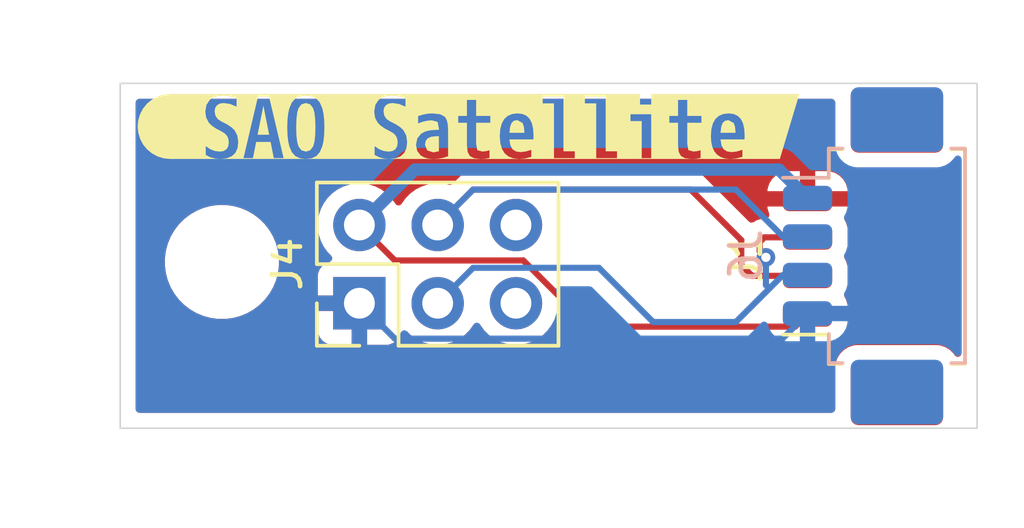
<source format=kicad_pcb>
(kicad_pcb (version 20241229) (generator "pcbnew") (generator_version "9.0")
  (layers (0 "F.Cu" signal) (2 "B.Cu" signal) (13 "F.Paste" user) (15 "B.Paste" user) (5 "F.SilkS" user "F.Silkscreen") (7 "B.SilkS" user "B.Silkscreen") (1 "F.Mask" user) (3 "B.Mask" user) (25 "Edge.Cuts" user))
  (net 0 "")
  (net 2 "VSS")
  (net 3 "SDA2")
  (net 4 "3v3")
  (net 6 "SCL2")
  (footprint "Connector_PinHeader_2.54mm:PinHeader_2x03_P2.54mm_Vertical" (layer "F.Cu") (at 150.66 99.94 90)
    (property "Reference" "J4" (at 1.27 -2.38 90) (layer "F.SilkS"))
    (property "Value" "Conn_02x03_Odd_Even")
    (fp_line (start 3.92 -1.38) (end 3.92 6.46) (stroke (width 0.12)) (layer "F.SilkS"))
    (fp_line (start 1.27 -1.38) (end 3.92 -1.38) (stroke (width 0.12)) (layer "F.SilkS"))
    (fp_line (start -1.38 -1.38) (end 0 -1.38) (stroke (width 0.12)) (layer "F.SilkS"))
    (fp_line (start -1.38 0) (end -1.38 -1.38) (stroke (width 0.12)) (layer "F.SilkS"))
    (fp_line (start 1.27 1.27) (end 1.27 -1.38) (stroke (width 0.12)) (layer "F.SilkS"))
    (fp_line (start -1.38 1.27) (end 1.27 1.27) (stroke (width 0.12)) (layer "F.SilkS"))
    (fp_line (start -1.38 1.27) (end -1.38 6.46) (stroke (width 0.12)) (layer "F.SilkS"))
    (fp_line (start -1.38 6.46) (end 3.92 6.46) (stroke (width 0.12)) (layer "F.SilkS"))
    (pad "1" thru_hole rect (at 0 0 90) (size 1.7 1.7) (drill 1) (layers "*.Cu" "*.Mask") (net 2 "VSS"))
    (pad "2" thru_hole circle (at 2.54 0 90) (size 1.7 1.7) (drill 1) (layers "*.Cu" "*.Mask") (net 4 "3v3"))
    (pad "3" thru_hole circle (at 0 2.54 90) (size 1.7 1.7) (drill 1) (layers "*.Cu" "*.Mask") (net 6 "SCL2"))
    (pad "4" thru_hole circle (at 2.54 2.54 90) (size 1.7 1.7) (drill 1) (layers "*.Cu" "*.Mask") (net 3 "SDA2"))
    (pad "5" thru_hole circle (at 0 5.08 90) (size 1.7 1.7) (drill 1) (layers "*.Cu" "*.Mask"))
    (pad "6" thru_hole circle (at 2.54 5.08 90) (size 1.7 1.7) (drill 1) (layers "*.Cu" "*.Mask"))
  )
  (footprint "MountingHole:MountingHole_3.2mm_M3" (layer "F.Cu") (at 161 98.6)
    (property "Reference" "H2" (hide yes))
    (property "Value" "MountingHole")
    (pad "" np_thru_hole circle (at 0 0) (size 3.2 3.2) (drill 3.2) (layers "*.Cu" "*.Mask"))
  )
  (footprint "kibuzzard-68532FEE" (layer "F.Cu") (at 154.2 94.2)
    (property "Reference" "kibuzzard-68532FEE" (hide yes))
    (property "Value" "G***" (hide yes))
    (fp_poly (pts (xy -6.84242 0.268493) (xy -6.467078 0.268493) (xy -6.653379 -0.671233) (xy -6.656119 -0.671233) (xy -6.84242 0.268493)) (fill yes) (layer "F.SilkS"))
    (fp_poly (pts (xy 1.327443 0.205479) (xy 1.815114 0.205479) (xy 1.798676 0.013356) (xy 1.75484 -0.113699) (xy 1.582237 -0.208219) (xy 1.474703 -0.185616) (xy 1.398676 -0.117808) (xy 1.350731 0.008219) (xy 1.327443 0.205479)) (fill yes) (layer "F.SilkS"))
    (fp_poly (pts (xy 8.176758 0.205479) (xy 8.664429 0.205479) (xy 8.647991 0.013356) (xy 8.604155 -0.113699) (xy 8.431552 -0.208219) (xy 8.324018 -0.185616) (xy 8.247991 -0.117808) (xy 8.200046 0.008219) (xy 8.176758 0.205479)) (fill yes) (layer "F.SilkS"))
    (fp_poly (pts (xy -0.960228 0.315068) (xy -1.036941 0.315068) (xy -1.207146 0.332192) (xy -1.323242 0.383562) (xy -1.390023 0.470548) (xy -1.412283 0.594521) (xy -1.34105 0.776712) (xy -1.14105 0.841096) (xy -0.960228 0.805479) (xy -0.960228 0.315068)) (fill yes) (layer "F.SilkS"))
    (fp_poly (pts (xy -5.03968 -0.593151) (xy -5.136256 -0.719521) (xy -5.278037 -0.761644) (xy -5.419817 -0.719521) (xy -5.516393 -0.593151) (xy -5.557489 -0.449315) (xy -5.582146 -0.242466) (xy -5.590365 0.027397) (xy -5.582146 0.29726) (xy -5.557489 0.50411) (xy -5.516393 0.647945) (xy -5.419817 0.774315) (xy -5.278037 0.816438) (xy -5.136256 0.774315) (xy -5.03968 0.647945) (xy -4.998584 0.50411) (xy -4.973927 0.29726) (xy -4.965708 0.027397) (xy -4.973927 -0.242466) (xy -4.998584 -0.449315) (xy -5.03968 -0.593151)) (fill yes) (layer "F.SilkS"))
    (fp_poly (pts (xy -8.538311 -1.055023) (xy -9.679863 -1.055023) (xy -9.885688 -1.034751) (xy -10.083603 -0.974714) (xy -10.266002 -0.877219) (xy -10.425877 -0.746014) (xy -10.557082 -0.586139) (xy -10.654577 -0.40374) (xy -10.714614 -0.205825) (xy -10.734886 0) (xy -10.714614 0.205825) (xy -10.654577 0.40374) (xy -10.557082 0.586139) (xy -10.425877 0.746014) (xy -10.266002 0.877219) (xy -10.083603 0.974714) (xy -9.885688 1.034751) (xy -9.679863 1.055023) (xy -8.538311 1.055023) (xy -8.058858 1.055023) (xy -8.058858 1.054795) (xy -8.228721 1.040183) (xy -8.383973 0.996347) (xy -8.524612 0.923288) (xy -8.524612 0.638356) (xy -8.380015 0.737291) (xy -8.227504 0.796651) (xy -8.067078 0.816438) (xy -7.94516 0.797603) (xy -7.853379 0.741096) (xy -7.795845 0.648288) (xy -7.776667 0.520548) (xy -7.791393 0.39863) (xy -7.835571 0.30137) (xy -7.913995 0.221233) (xy -8.031461 0.150685) (xy -8.199346 0.063014) (xy -8.330396 -0.028311) (xy -8.424612 -0.123288) (xy -8.509886 -0.284932) (xy -8.538311 -0.479452) (xy -8.502352 -0.69863) (xy -8.394475 -0.863014) (xy -8.285038 -0.939117) (xy -8.148508 -0.984779) (xy -7.984886 -1) (xy -7.825373 -0.990868) (xy -7.671948 -0.96347) (xy -7.524612 -0.917808) (xy -7.524612 -0.643836) (xy -7.736256 -0.732192) (xy -7.949269 -0.761644) (xy -8.069132 -0.743836) (xy -8.160228 -0.690411) (xy -8.217763 -0.605479) (xy -8.236941 -0.493151) (xy -8.212588 -0.354033) (xy -8.139528 -0.243531) (xy -8.017763 -0.161644) (xy -7.831157 -0.06758) (xy -7.687778 0.028311) (xy -7.587626 0.126027) (xy -7.499269 0.295205) (xy -7.469817 0.506849) (xy -7.493379 0.70411) (xy -7.564064 0.857534) (xy -7.681872 0.967123) (xy -7.846804 1.032877) (xy -8.058858 1.054795) (xy -8.058858 1.055023) (xy -7.299954 1.055023) (xy -7.299954 1.027397) (xy -6.828721 -0.972603) (xy -6.472557 -0.972603) (xy -5.998584 1.027397) (xy -6.316393 1.027397) (xy -6.420502 0.50137) (xy -6.888995 0.50137) (xy -6.993105 1.027397) (xy -7.299954 1.027397) (xy -7.299954 1.055023) (xy -5.278037 1.055023) (xy -5.278037 1.054795) (xy -5.468448 1.031507) (xy -5.617763 0.961644) (xy -5.731119 0.834932) (xy -5.813653 0.641096) (xy -5.850944 0.471842) (xy -5.873318 0.267275) (xy -5.880776 0.027397) (xy -5.873318 -0.212481) (xy -5.850944 -0.417047) (xy -5.813653 -0.586301) (xy -5.731119 -0.780137) (xy -5.617763 -0.906849) (xy -5.468448 -0.976712) (xy -5.278037 -1) (xy -5.087626 -0.976712) (xy -4.938311 -0.906849) (xy -4.824954 -0.780137) (xy -4.74242 -0.586301) (xy -4.705129 -0.417047) (xy -4.682755 -0.212481) (xy -4.675297 0.027397) (xy -4.682755 0.267275) (xy -4.705129 0.471842) (xy -4.74242 0.641096) (xy -4.824954 0.834932) (xy -4.938311 0.961644) (xy -5.087626 1.031507) (xy -5.278037 1.054795) (xy -5.278037 1.055023) (xy -2.579406 1.055023) (xy -2.579406 1.054795) (xy -2.749269 1.040183) (xy -2.904521 0.996347) (xy -3.04516 0.923288) (xy -3.04516 0.638356) (xy -2.900563 0.737291) (xy -2.748052 0.796651) (xy -2.587626 0.816438) (xy -2.465708 0.797603) (xy -2.373927 0.741096) (xy -2.316393 0.648288) (xy -2.297215 0.520548) (xy -2.311941 0.39863) (xy -2.356119 0.30137) (xy -2.434543 0.221233) (xy -2.552009 0.150685) (xy -2.719893 0.063014) (xy -2.850944 -0.028311) (xy -2.94516 -0.123288) (xy -3.030434 -0.284932) (xy -3.058858 -0.479452) (xy -3.0229 -0.69863) (xy -2.915023 -0.863014) (xy -2.805586 -0.939117) (xy -2.669056 -0.984779) (xy -2.505434 -1) (xy -2.345921 -0.990868) (xy -2.192496 -0.96347) (xy -2.04516 -0.917808) (xy -2.04516 -0.643836) (xy -2.256804 -0.732192) (xy -2.469817 -0.761644) (xy -2.58968 -0.743836) (xy -2.680776 -0.690411) (xy -2.738311 -0.605479) (xy -2.757489 -0.493151) (xy -2.733135 -0.354033) (xy -2.660076 -0.243531) (xy -2.538311 -0.161644) (xy -2.351705 -0.06758) (xy -2.208326 0.028311) (xy -2.108174 0.126027) (xy -2.019817 0.295205) (xy -1.990365 0.506849) (xy -2.013927 0.70411) (xy -2.084612 0.857534) (xy -2.20242 0.967123) (xy -2.367352 1.032877) (xy -2.579406 1.054795) (xy -2.579406 1.055023) (xy -1.14105 1.055023) (xy -1.14105 1.054795) (xy -1.306499 1.0414) (xy -1.444855 1.001218) (xy -1.556119 0.934247) (xy -1.66605 0.789041) (xy -1.702694 0.594521) (xy -1.661256 0.386644) (xy -1.536941 0.234247) (xy -1.407717 0.164992) (xy -1.24105 0.12344) (xy -1.036941 0.109589) (xy -0.960228 0.109589) (xy -0.960228 0.063014) (xy -1.002694 -0.149315) (xy -1.190365 -0.2) (xy -1.327352 -0.189041) (xy -1.475297 -0.156164) (xy -1.634201 -0.10137) (xy -1.634201 -0.336986) (xy -1.474688 -0.385693) (xy -1.321263 -0.414916) (xy -1.173927 -0.424658) (xy -0.92153 -0.39726) (xy -0.767078 -0.315068) (xy -0.708478 -0.218265) (xy -0.673318 -0.073973) (xy -0.661598 0.117808) (xy -0.661598 0.967123) (xy -0.814718 1.01583) (xy -0.974536 1.045053) (xy -1.14105 1.054795) (xy -1.14105 1.055023) (xy 0.393196 1.055023) (xy 0.393196 1.054795) (xy 0.181895 1.031507) (xy 0.046621 0.961644) (xy -0.026324 0.828767) (xy -0.050639 0.616438) (xy -0.050639 -0.120548) (xy -0.332831 -0.120548) (xy -0.332831 -0.342466) (xy -0.050639 -0.342466) (xy -0.050639 -0.863014) (xy 0.247991 -0.863014) (xy 0.247991 -0.342466) (xy 0.708265 -0.342466) (xy 0.708265 -0.120548) (xy 0.247991 -0.120548) (xy 0.247991 0.561644) (xy 0.283607 0.768493) (xy 0.447991 0.813699) (xy 0.563744 0.803425) (xy 0.680868 0.772603) (xy 0.680868 1.021918) (xy 0.544566 1.046575) (xy 0.393196 1.054795) (xy 0.393196 1.055023) (xy 1.645251 1.055023) (xy 1.645251 1.054795) (xy 1.452709 1.034247) (xy 1.295175 0.972603) (xy 1.172648 0.869863) (xy 1.085129 0.726027) (xy 1.032618 0.541096) (xy 1.015114 0.315068) (xy 1.031096 0.089041) (xy 1.079041 -0.09589) (xy 1.15895 -0.239726) (xy 1.270822 -0.342466) (xy 1.414658 -0.40411) (xy 1.590457 -0.424658) (xy 1.750883 -0.405327) (xy 1.881476 -0.347336) (xy 1.982237 -0.250685) (xy 2.053775 -0.111111) (xy 2.096697 0.075647) (xy 2.111005 0.309589) (xy 2.105525 0.419178) (xy 1.327443 0.419178) (xy 1.359292 0.611301) (xy 1.427443 0.738356) (xy 1.53395 0.809247) (xy 1.680868 0.832877) (xy 1.849361 0.814384) (xy 2.037032 0.758904) (xy 2.037032 0.986301) (xy 1.836347 1.037671) (xy 1.645251 1.054795) (xy 1.645251 1.055023) (xy 3.447991 1.055023) (xy 3.447991 1.027397) (xy 2.774018 1.027397) (xy 2.774018 -0.750685) (xy 2.406895 -0.750685) (xy 2.406895 -0.972603) (xy 3.080868 -0.972603) (xy 3.080868 0.805479) (xy 3.447991 0.805479) (xy 3.447991 1.027397) (xy 3.447991 1.055023) (xy 4.817854 1.055023) (xy 4.817854 1.027397) (xy 4.143881 1.027397) (xy 4.143881 -0.750685) (xy 3.776758 -0.750685) (xy 3.776758 -0.972603) (xy 4.450731 -0.972603) (xy 4.450731 0.805479) (xy 4.817854 0.805479) (xy 4.817854 1.027397) (xy 4.817854 1.055023) (xy 5.927443 1.055023) (xy 5.927443 1.027397) (xy 5.620594 1.027397) (xy 5.620594 -0.175342) (xy 5.25621 -0.175342) (xy 5.25621 -0.39726) (xy 5.565799 -0.39726) (xy 5.565799 -0.712329) (xy 5.565799 -1.054795) (xy 5.927443 -1.054795) (xy 5.927443 -0.712329) (xy 5.565799 -0.712329) (xy 5.565799 -0.39726) (xy 5.927443 -0.39726) (xy 5.927443 1.027397) (xy 5.927443 1.055023) (xy 7.242511 1.055023) (xy 7.242511 1.054795) (xy 7.03121 1.031507) (xy 6.895936 0.961644) (xy 6.822991 0.828767) (xy 6.798676 0.616438) (xy 6.798676 -0.120548) (xy 6.516484 -0.120548) (xy 6.516484 -0.342466) (xy 6.798676 -0.342466) (xy 6.798676 -0.863014) (xy 7.097306 -0.863014) (xy 7.097306 -0.342466) (xy 7.55758 -0.342466) (xy 7.55758 -0.120548) (xy 7.097306 -0.120548) (xy 7.097306 0.561644) (xy 7.132922 0.768493) (xy 7.297306 0.813699) (xy 7.413059 0.803425) (xy 7.530183 0.772603) (xy 7.530183 1.021918) (xy 7.393881 1.046575) (xy 7.242511 1.054795) (xy 7.242511 1.055023) (xy 8.494566 1.055023) (xy 8.494566 1.054795) (xy 8.327387 1.039698) (xy 8.185928 0.994409) (xy 8.070188 0.918926) (xy 7.980169 0.813251) (xy 7.915869 0.677383) (xy 7.877289 0.511322) (xy 7.864429 0.315068) (xy 7.880411 0.089041) (xy 7.928356 -0.09589) (xy 8.008265 -0.239726) (xy 8.120137 -0.342466) (xy 8.263973 -0.40411) (xy 8.439772 -0.424658) (xy 8.600198 -0.405327) (xy 8.730791 -0.347336) (xy 8.831552 -0.250685) (xy 8.90309 -0.111111) (xy 8.946012 0.075647) (xy 8.96032 0.309589) (xy 8.95484 0.419178) (xy 8.176758 0.419178) (xy 8.208607 0.611301) (xy 8.276758 0.738356) (xy 8.383265 0.809247) (xy 8.530183 0.832877) (xy 8.698676 0.814384) (xy 8.886347 0.758904) (xy 8.886347 0.986301) (xy 8.685662 1.037671) (xy 8.494566 1.054795) (xy 8.494566 1.055023) (xy 8.96032 1.055023) (xy 10.101872 1.055023) (xy 10.734886 -1.055023) (xy 10.101872 -1.055023) (xy 8.96032 -1.055023) (xy -8.538311 -1.055023)) (fill yes) (layer "F.SilkS"))
  )
  (footprint "MountingHole:MountingHole_3.2mm_M3" (layer "F.Cu") (at 146.2 98.6)
    (property "Reference" "H1" (hide yes))
    (property "Value" "MountingHole")
    (pad "" np_thru_hole circle (at 0 0) (size 3.2 3.2) (drill 3.2) (layers "*.Cu" "*.Mask"))
  )
  (footprint "Connector_Molex:Molex_PicoBlade_53261-0471_1x04-1MP_P1.25mm_Horizontal" (layer "F.Cu") (at 167.6 98.425 90)
    (property "Reference" "J1" (at 0 -4.4 90) (layer "F.SilkS"))
    (property "Value" "Conn_01x04")
    (fp_line (start 3.485 -1.71) (end 2.535 -1.71) (stroke (width 0.12)) (layer "F.SilkS"))
    (fp_line (start -2.535 -1.71) (end -2.535 -3.2) (stroke (width 0.12)) (layer "F.SilkS"))
    (fp_line (start -3.485 -1.71) (end -2.535 -1.71) (stroke (width 0.12)) (layer "F.SilkS"))
    (fp_line (start 3.485 -1.26) (end 3.485 -1.71) (stroke (width 0.12)) (layer "F.SilkS"))
    (fp_line (start -3.485 -1.26) (end -3.485 -1.71) (stroke (width 0.12)) (layer "F.SilkS"))
    (fp_line (start -3.485 2.26) (end -3.485 2.71) (stroke (width 0.12)) (layer "F.SilkS"))
    (fp_line (start 3.485 2.71) (end 3.485 2.26) (stroke (width 0.12)) (layer "F.SilkS"))
    (fp_line (start -3.485 2.71) (end 3.485 2.71) (stroke (width 0.12)) (layer "F.SilkS"))
    (pad "1" smd roundrect (at -1.875 -2.4 90) (size 0.8 1.6) (layers "F.Cu" "F.Mask" "F.Paste") (net 4 "3v3"))
    (pad "2" smd roundrect (at -0.625 -2.4 90) (size 0.8 1.6) (layers "F.Cu" "F.Mask" "F.Paste") (net 3 "SDA2"))
    (pad "3" smd roundrect (at 0.625 -2.4 90) (size 0.8 1.6) (layers "F.Cu" "F.Mask" "F.Paste") (net 6 "SCL2"))
    (pad "4" smd roundrect (at 1.875 -2.4 90) (size 0.8 1.6) (layers "F.Cu" "F.Mask" "F.Paste") (net 2 "VSS"))
    (pad "MP" smd roundrect (at -4.425 0.5 90) (size 2.1 3) (layers "F.Cu" "F.Mask" "F.Paste") (roundrect_rratio 0.119048))
    (pad "MP" smd roundrect (at 4.425 0.5 90) (size 2.1 3) (layers "F.Cu" "F.Mask" "F.Paste") (roundrect_rratio 0.119048))
  )
  (footprint "Connector_Molex:Molex_PicoBlade_53261-0471_1x04-1MP_P1.25mm_Horizontal" (layer "B.Cu") (at 167.6 98.4 -90)
    (property "Reference" "J6" (at 0 4.4 90) (layer "B.SilkS") (effects (justify mirror)))
    (property "Value" "Conn_01x04")
    (fp_line (start -3.485 1.71) (end -2.535 1.71) (stroke (width 0.12)) (layer "B.SilkS"))
    (fp_line (start -2.535 1.71) (end -2.535 3.2) (stroke (width 0.12)) (layer "B.SilkS"))
    (fp_line (start 3.485 1.71) (end 2.535 1.71) (stroke (width 0.12)) (layer "B.SilkS"))
    (fp_line (start -3.485 1.26) (end -3.485 1.71) (stroke (width 0.12)) (layer "B.SilkS"))
    (fp_line (start 3.485 1.26) (end 3.485 1.71) (stroke (width 0.12)) (layer "B.SilkS"))
    (fp_line (start -3.485 -2.26) (end -3.485 -2.71) (stroke (width 0.12)) (layer "B.SilkS"))
    (fp_line (start -3.485 -2.71) (end 3.485 -2.71) (stroke (width 0.12)) (layer "B.SilkS"))
    (fp_line (start 3.485 -2.71) (end 3.485 -2.26) (stroke (width 0.12)) (layer "B.SilkS"))
    (pad "1" smd roundrect (at -1.875 2.4 270) (size 0.8 1.6) (layers "B.Cu" "B.Mask" "B.Paste") (net 4 "3v3"))
    (pad "2" smd roundrect (at -0.625 2.4 270) (size 0.8 1.6) (layers "B.Cu" "B.Mask" "B.Paste") (net 3 "SDA2"))
    (pad "3" smd roundrect (at 0.625 2.4 270) (size 0.8 1.6) (layers "B.Cu" "B.Mask" "B.Paste") (net 6 "SCL2"))
    (pad "4" smd roundrect (at 1.875 2.4 270) (size 0.8 1.6) (layers "B.Cu" "B.Mask" "B.Paste") (net 2 "VSS"))
    (pad "MP" smd roundrect (at -4.425 -0.5 270) (size 2.1 3) (layers "B.Cu" "B.Mask" "B.Paste") (roundrect_rratio 0.119048))
    (pad "MP" smd roundrect (at 4.425 -0.5 270) (size 2.1 3) (layers "B.Cu" "B.Mask" "B.Paste") (roundrect_rratio 0.119048))
  )
  (gr_rect (start 142.9 92.8) (end 170.7 104) (stroke (width 0.05)) (fill no) (layer "Edge.Cuts"))
  (segment (start 151.811 101.091) (end 164.384 101.091) (width 0.2) (layer "B.Cu") (net 2))
  (segment (start 164.384 101.091) (end 165.2 100.275) (width 0.2) (layer "B.Cu") (net 2))
  (segment (start 150.66 99.94) (end 151.811 101.091) (width 0.2) (layer "B.Cu") (net 2))
  (segment (start 154.351 96.249) (end 153.2 97.4) (width 0.2) (layer "F.Cu") (net 3))
  (segment (start 163.4 99.05) (end 163.05 98.7) (width 0.2) (layer "F.Cu") (net 3))
  (segment (start 163.05 97.890869) (end 161.408131 96.249) (width 0.2) (layer "F.Cu") (net 3))
  (segment (start 165.2 99.05) (end 163.4 99.05) (width 0.2) (layer "F.Cu") (net 3))
  (segment (start 163.05 98.7) (end 163.05 97.890869) (width 0.2) (layer "F.Cu") (net 3))
  (segment (start 161.408131 96.249) (end 154.351 96.249) (width 0.2) (layer "F.Cu") (net 3))
  (segment (start 164.4 97.775) (end 165.2 97.775) (width 0.2) (layer "B.Cu") (net 3))
  (segment (start 154.351 96.249) (end 162.874 96.249) (width 0.2) (layer "B.Cu") (net 3))
  (segment (start 162.874 96.249) (end 164.4 97.775) (width 0.2) (layer "B.Cu") (net 3))
  (segment (start 153.2 97.4) (end 154.351 96.249) (width 0.2) (layer "B.Cu") (net 3))
  (segment (start 164.8 100.7) (end 158.12776 100.7) (width 0.2) (layer "F.Cu") (net 4))
  (segment (start 155.97876 98.551) (end 151.811 98.551) (width 0.2) (layer "F.Cu") (net 4))
  (segment (start 151.811 98.551) (end 150.66 97.4) (width 0.2) (layer "F.Cu") (net 4))
  (segment (start 165.2 100.3) (end 164.8 100.7) (width 0.2) (layer "F.Cu") (net 4))
  (segment (start 158.12776 100.7) (end 155.97876 98.551) (width 0.2) (layer "F.Cu") (net 4))
  (segment (start 150.66 97.4) (end 152.46 95.6) (width 0.4) (layer "B.Cu") (net 4))
  (segment (start 152.46 95.6) (end 164.275 95.6) (width 0.4) (layer "B.Cu") (net 4))
  (segment (start 164.275 95.6) (end 165.2 96.525) (width 0.4) (layer "B.Cu") (net 4))
  (segment (start 165.2 97.8) (end 163.8 97.8) (width 0.2) (layer "F.Cu") (net 6))
  (segment (start 163.65 97.95) (end 163.65 98.25) (width 0.2) (layer "F.Cu") (net 6))
  (segment (start 163.65 98.25) (end 163.85 98.45) (width 0.2) (layer "F.Cu") (net 6))
  (segment (start 163.8 97.8) (end 163.65 97.95) (width 0.2) (layer "F.Cu") (net 6))
  (via (at 163.85 98.45) (size 0.6) (drill 0.3) (layers "F.Cu" "B.Cu") (net 6))
  (segment (start 163.85 99.35) (end 163.9625 99.4625) (width 0.2) (layer "B.Cu") (net 6))
  (segment (start 154.351 98.789) (end 158.429869 98.789) (width 0.2) (layer "B.Cu") (net 6))
  (segment (start 162.874 100.551) (end 163.9625 99.4625) (width 0.2) (layer "B.Cu") (net 6))
  (segment (start 153.2 99.94) (end 154.351 98.789) (width 0.2) (layer "B.Cu") (net 6))
  (segment (start 163.85 98.45) (end 163.85 99.35) (width 0.2) (layer "B.Cu") (net 6))
  (segment (start 158.429869 98.789) (end 160.191869 100.551) (width 0.2) (layer "B.Cu") (net 6))
  (segment (start 163.9625 99.4625) (end 164.4 99.025) (width 0.2) (layer "B.Cu") (net 6))
  (segment (start 164.4 99.025) (end 165.2 99.025) (width 0.2) (layer "B.Cu") (net 6))
  (segment (start 160.191869 100.551) (end 162.874 100.551) (width 0.2) (layer "B.Cu") (net 6))
  (zone (net 2) (net_name "VSS") (layers "F.Cu" "B.Cu") (connect_pads (clearance 0.5)) (min_thickness 0.25) (fill yes (thermal_gap 0.5) (thermal_bridge_width 0.5))
    (polygon (pts (xy 139 91) (xy 172 91) (xy 172 106) (xy 139 106)))
  )
)
</source>
